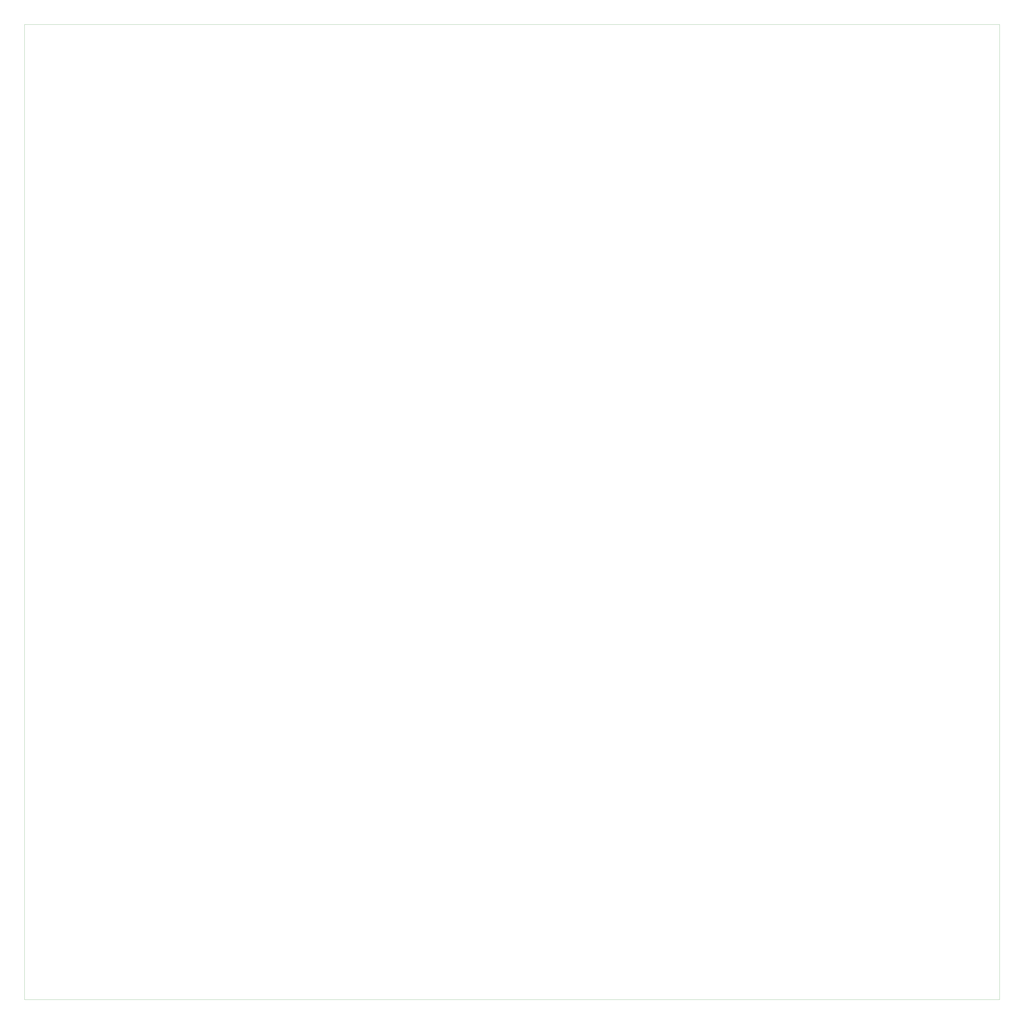
<source format=gbr>
%TF.GenerationSoftware,KiCad,Pcbnew,9.0.4*%
%TF.CreationDate,2025-09-19T10:35:46-04:00*%
%TF.ProjectId,tf_chess,74665f63-6865-4737-932e-6b696361645f,rev?*%
%TF.SameCoordinates,Original*%
%TF.FileFunction,Profile,NP*%
%FSLAX46Y46*%
G04 Gerber Fmt 4.6, Leading zero omitted, Abs format (unit mm)*
G04 Created by KiCad (PCBNEW 9.0.4) date 2025-09-19 10:35:46*
%MOMM*%
%LPD*%
G01*
G04 APERTURE LIST*
%TA.AperFunction,Profile*%
%ADD10C,0.100000*%
%TD*%
G04 APERTURE END LIST*
D10*
X-49500000Y104000000D02*
X406500000Y104000000D01*
X406500000Y-352000000D01*
X-49500000Y-352000000D01*
X-49500000Y104000000D01*
M02*

</source>
